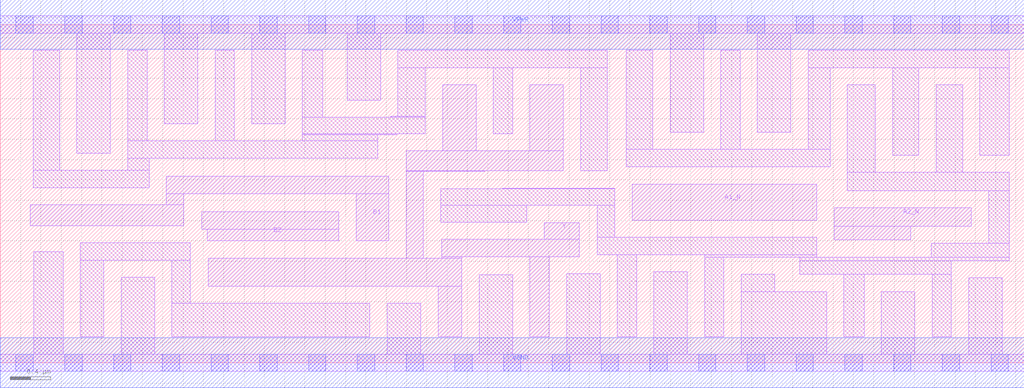
<source format=lef>
# Copyright 2020 The SkyWater PDK Authors
#
# Licensed under the Apache License, Version 2.0 (the "License");
# you may not use this file except in compliance with the License.
# You may obtain a copy of the License at
#
#     https://www.apache.org/licenses/LICENSE-2.0
#
# Unless required by applicable law or agreed to in writing, software
# distributed under the License is distributed on an "AS IS" BASIS,
# WITHOUT WARRANTIES OR CONDITIONS OF ANY KIND, either express or implied.
# See the License for the specific language governing permissions and
# limitations under the License.
#
# SPDX-License-Identifier: Apache-2.0

VERSION 5.7 ;
  NOWIREEXTENSIONATPIN ON ;
  DIVIDERCHAR "/" ;
  BUSBITCHARS "[]" ;
UNITS
  DATABASE MICRONS 200 ;
END UNITS
MACRO sky130_fd_sc_lp__a2bb2oi_4
  CLASS CORE ;
  FOREIGN sky130_fd_sc_lp__a2bb2oi_4 ;
  ORIGIN  0.000000  0.000000 ;
  SIZE  10.08000 BY  3.330000 ;
  SYMMETRY X Y R90 ;
  SITE unit ;
  PIN A1_N
    ANTENNAGATEAREA  1.260000 ;
    DIRECTION INPUT ;
    USE SIGNAL ;
    PORT
      LAYER li1 ;
        RECT 6.220000 1.405000 8.040000 1.755000 ;
    END
  END A1_N
  PIN A2_N
    ANTENNAGATEAREA  1.260000 ;
    DIRECTION INPUT ;
    USE SIGNAL ;
    PORT
      LAYER li1 ;
        RECT 8.210000 1.210000 8.965000 1.345000 ;
        RECT 8.210000 1.345000 9.560000 1.525000 ;
    END
  END A2_N
  PIN B1
    ANTENNAGATEAREA  1.260000 ;
    DIRECTION INPUT ;
    USE SIGNAL ;
    PORT
      LAYER li1 ;
        RECT 0.295000 1.350000 1.805000 1.555000 ;
        RECT 1.635000 1.555000 1.805000 1.665000 ;
        RECT 1.635000 1.665000 3.825000 1.835000 ;
        RECT 3.505000 1.200000 3.825000 1.665000 ;
    END
  END B1
  PIN B2
    ANTENNAGATEAREA  1.260000 ;
    DIRECTION INPUT ;
    USE SIGNAL ;
    PORT
      LAYER li1 ;
        RECT 1.985000 1.315000 3.335000 1.485000 ;
        RECT 2.040000 1.200000 3.335000 1.315000 ;
    END
  END B2
  PIN Y
    ANTENNADIFFAREA  1.646400 ;
    DIRECTION OUTPUT ;
    USE SIGNAL ;
    PORT
      LAYER li1 ;
        RECT 2.050000 0.755000 4.545000 1.030000 ;
        RECT 3.995000 1.030000 4.165000 1.885000 ;
        RECT 3.995000 1.885000 4.770000 1.890000 ;
        RECT 3.995000 1.890000 5.545000 2.085000 ;
        RECT 4.310000 0.255000 4.545000 0.755000 ;
        RECT 4.345000 1.030000 4.545000 1.045000 ;
        RECT 4.345000 1.045000 5.700000 1.215000 ;
        RECT 4.355000 2.085000 4.685000 2.735000 ;
        RECT 5.215000 0.255000 5.405000 1.045000 ;
        RECT 5.215000 2.085000 5.545000 2.735000 ;
        RECT 5.355000 1.215000 5.700000 1.380000 ;
    END
  END Y
  PIN VGND
    DIRECTION INOUT ;
    USE GROUND ;
    PORT
      LAYER met1 ;
        RECT 0.000000 -0.245000 10.080000 0.245000 ;
    END
  END VGND
  PIN VPWR
    DIRECTION INOUT ;
    USE POWER ;
    PORT
      LAYER met1 ;
        RECT 0.000000 3.085000 10.080000 3.575000 ;
    END
  END VPWR
  OBS
    LAYER li1 ;
      RECT 0.000000 -0.085000 10.080000 0.085000 ;
      RECT 0.000000  3.245000 10.080000 3.415000 ;
      RECT 0.325000  1.725000  1.465000 1.895000 ;
      RECT 0.325000  1.895000  0.585000 3.075000 ;
      RECT 0.330000  0.085000  0.620000 1.095000 ;
      RECT 0.755000  2.065000  1.085000 3.245000 ;
      RECT 0.790000  0.255000  1.020000 1.010000 ;
      RECT 0.790000  1.010000  1.870000 1.180000 ;
      RECT 1.190000  0.085000  1.520000 0.840000 ;
      RECT 1.255000  1.895000  1.465000 2.015000 ;
      RECT 1.255000  2.015000  3.715000 2.185000 ;
      RECT 1.255000  2.185000  1.445000 3.075000 ;
      RECT 1.615000  2.355000  1.945000 3.245000 ;
      RECT 1.690000  0.255000  3.640000 0.585000 ;
      RECT 1.690000  0.585000  1.870000 1.010000 ;
      RECT 2.115000  2.185000  2.305000 3.075000 ;
      RECT 2.475000  2.355000  2.805000 3.245000 ;
      RECT 2.975000  2.185000  3.715000 2.245000 ;
      RECT 2.975000  2.245000  3.905000 2.255000 ;
      RECT 2.975000  2.255000  4.185000 2.415000 ;
      RECT 2.975000  2.415000  3.175000 3.075000 ;
      RECT 3.415000  2.585000  3.745000 3.245000 ;
      RECT 3.810000  0.085000  4.140000 0.585000 ;
      RECT 3.845000  2.415000  4.185000 2.425000 ;
      RECT 3.915000  2.425000  4.185000 2.905000 ;
      RECT 3.915000  2.905000  5.975000 3.075000 ;
      RECT 4.335000  1.385000  5.185000 1.550000 ;
      RECT 4.335000  1.550000  6.050000 1.715000 ;
      RECT 4.715000  0.085000  5.045000 0.865000 ;
      RECT 4.855000  2.255000  5.045000 2.905000 ;
      RECT 4.940000  1.715000  6.050000 1.720000 ;
      RECT 5.575000  0.085000  5.905000 0.875000 ;
      RECT 5.715000  1.890000  5.975000 2.905000 ;
      RECT 5.880000  1.065000  8.040000 1.235000 ;
      RECT 5.880000  1.235000  6.050000 1.550000 ;
      RECT 6.075000  0.255000  6.265000 1.065000 ;
      RECT 6.165000  1.930000  8.170000 2.100000 ;
      RECT 6.165000  2.100000  6.425000 3.075000 ;
      RECT 6.435000  0.085000  6.765000 0.895000 ;
      RECT 6.595000  2.270000  6.925000 3.245000 ;
      RECT 6.935000  0.255000  7.125000 1.040000 ;
      RECT 6.935000  1.040000  8.040000 1.065000 ;
      RECT 7.095000  2.100000  7.285000 3.075000 ;
      RECT 7.295000  0.085000  8.135000 0.700000 ;
      RECT 7.295000  0.700000  7.625000 0.870000 ;
      RECT 7.455000  2.270000  7.785000 3.245000 ;
      RECT 7.870000  0.870000  9.365000 1.005000 ;
      RECT 7.870000  1.005000  9.935000 1.040000 ;
      RECT 7.955000  2.100000  8.170000 2.905000 ;
      RECT 7.955000  2.905000  9.935000 3.075000 ;
      RECT 8.305000  0.255000  8.505000 0.870000 ;
      RECT 8.340000  1.695000  9.935000 1.875000 ;
      RECT 8.340000  1.875000  8.615000 2.735000 ;
      RECT 8.675000  0.085000  9.005000 0.700000 ;
      RECT 8.785000  2.045000  9.045000 2.905000 ;
      RECT 9.165000  1.040000  9.935000 1.175000 ;
      RECT 9.175000  0.255000  9.365000 0.870000 ;
      RECT 9.215000  1.875000  9.475000 2.735000 ;
      RECT 9.535000  0.085000  9.865000 0.835000 ;
      RECT 9.645000  2.045000  9.935000 2.905000 ;
      RECT 9.730000  1.175000  9.935000 1.695000 ;
    LAYER mcon ;
      RECT 0.155000 -0.085000 0.325000 0.085000 ;
      RECT 0.155000  3.245000 0.325000 3.415000 ;
      RECT 0.635000 -0.085000 0.805000 0.085000 ;
      RECT 0.635000  3.245000 0.805000 3.415000 ;
      RECT 1.115000 -0.085000 1.285000 0.085000 ;
      RECT 1.115000  3.245000 1.285000 3.415000 ;
      RECT 1.595000 -0.085000 1.765000 0.085000 ;
      RECT 1.595000  3.245000 1.765000 3.415000 ;
      RECT 2.075000 -0.085000 2.245000 0.085000 ;
      RECT 2.075000  3.245000 2.245000 3.415000 ;
      RECT 2.555000 -0.085000 2.725000 0.085000 ;
      RECT 2.555000  3.245000 2.725000 3.415000 ;
      RECT 3.035000 -0.085000 3.205000 0.085000 ;
      RECT 3.035000  3.245000 3.205000 3.415000 ;
      RECT 3.515000 -0.085000 3.685000 0.085000 ;
      RECT 3.515000  3.245000 3.685000 3.415000 ;
      RECT 3.995000 -0.085000 4.165000 0.085000 ;
      RECT 3.995000  3.245000 4.165000 3.415000 ;
      RECT 4.475000 -0.085000 4.645000 0.085000 ;
      RECT 4.475000  3.245000 4.645000 3.415000 ;
      RECT 4.955000 -0.085000 5.125000 0.085000 ;
      RECT 4.955000  3.245000 5.125000 3.415000 ;
      RECT 5.435000 -0.085000 5.605000 0.085000 ;
      RECT 5.435000  3.245000 5.605000 3.415000 ;
      RECT 5.915000 -0.085000 6.085000 0.085000 ;
      RECT 5.915000  3.245000 6.085000 3.415000 ;
      RECT 6.395000 -0.085000 6.565000 0.085000 ;
      RECT 6.395000  3.245000 6.565000 3.415000 ;
      RECT 6.875000 -0.085000 7.045000 0.085000 ;
      RECT 6.875000  3.245000 7.045000 3.415000 ;
      RECT 7.355000 -0.085000 7.525000 0.085000 ;
      RECT 7.355000  3.245000 7.525000 3.415000 ;
      RECT 7.835000 -0.085000 8.005000 0.085000 ;
      RECT 7.835000  3.245000 8.005000 3.415000 ;
      RECT 8.315000 -0.085000 8.485000 0.085000 ;
      RECT 8.315000  3.245000 8.485000 3.415000 ;
      RECT 8.795000 -0.085000 8.965000 0.085000 ;
      RECT 8.795000  3.245000 8.965000 3.415000 ;
      RECT 9.275000 -0.085000 9.445000 0.085000 ;
      RECT 9.275000  3.245000 9.445000 3.415000 ;
      RECT 9.755000 -0.085000 9.925000 0.085000 ;
      RECT 9.755000  3.245000 9.925000 3.415000 ;
  END
END sky130_fd_sc_lp__a2bb2oi_4
END LIBRARY

</source>
